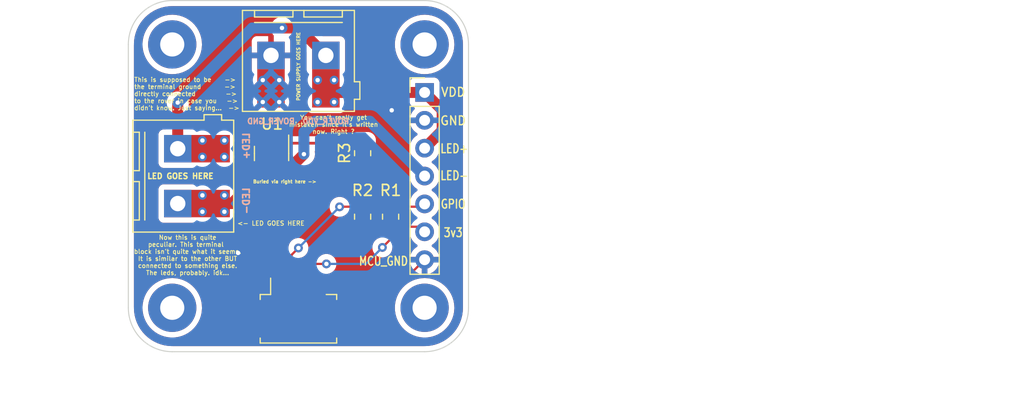
<source format=kicad_pcb>
(kicad_pcb (version 20211014) (generator pcbnew)
  (title_block (title "LED_SWITCH") (date "2022-08-29") (rev "1") (company "EPFL Xplore") (comment 4 "AISLER Project ID: BJJYQVGG"))
  (layers (0 "F.Cu" signal "Front") (31 "B.Cu" signal "Back") (34 "B.Paste" user) (35 "F.Paste" user) (36 "B.SilkS" user "B.Silkscreen") (37 "F.SilkS" user "F.Silkscreen") (38 "B.Mask" user) (39 "F.Mask" user) (44 "Edge.Cuts" user))
  (net 0 "")
  (net 1 "LED_ANODE+")
  (net 2 "LED_CATHODE-")
  (net 3 "GPIO")
  (net 4 "MCU_3V3")
  (net 5 "MCU_GND")
  (net 7 "Net-(R3-Pad2)")
  (footprint "Package_TO_SOT_SMD:SOT-23" (layer "F.Cu") (at 147.05 85.9375 -90)
    (fp_text reference "U1" (at -2.6875 -0.05 180) (layer "F.SilkS"))
    (fp_text value "SI3402-TP")
    (fp_line (start 0 -1.56) (end -1.675 -1.56) (layer "F.SilkS") (width 0.12))
    (fp_line (start 0 1.56) (end 0.65 1.56) (layer "F.SilkS") (width 0.12))
    (fp_line (start 0 -1.56) (end 0.65 -1.56) (layer "F.SilkS") (width 0.12))
    (fp_line (start 0 1.56) (end -0.65 1.56) (layer "F.SilkS") (width 0.12))
    (pad "1" smd roundrect (at -0.9375 -0.95 270) (size 1.475 0.6) (layers "F.Cu" "F.Paste" "F.Mask") (net 7 "Net-(R3-Pad2)"))
    (pad "2" smd roundrect (at -0.9375 0.95 270) (size 1.475 0.6) (layers "F.Cu" "F.Paste" "F.Mask") (net 5 "MCU_GND"))
    (pad "3" smd roundrect (at 0.9375 0 270) (size 1.475 0.6) (layers "F.Cu" "F.Paste" "F.Mask") (net 2 "LED_CATHODE-"))
  )
  (footprint "MountingHole:MountingHole_2.2mm_M2_Pad" (layer "F.Cu") (at 138 100)
    (fp_text reference "H1" hide)
    (fp_text value "2.2mm M2")
    (pad "1" thru_hole circle (at 0 0) (size 4.4 4.4) (drill 2.2) (layers *.Cu *.Mask))
  )
  (footprint "Resistor_SMD:R_0805_2012Metric" (layer "F.Cu") (at 155.35 85.9125 90)
    (fp_text reference "R3" (at 0 -1.65 90) (layer "F.SilkS"))
    (fp_text value "F/N")
    (fp_line (start -0.227064 0.735) (end 0.227064 0.735) (layer "F.SilkS") (width 0.12))
    (fp_line (start -0.227064 -0.735) (end 0.227064 -0.735) (layer "F.SilkS") (width 0.12))
    (pad "1" smd roundrect (at -0.9125 0 90) (size 1.025 1.4) (layers "F.Cu" "F.Paste" "F.Mask") (roundrect_rratio 0.243902) (net 3 "GPIO"))
    (pad "2" smd roundrect (at 0.9125 0 90) (size 1.025 1.4) (layers "F.Cu" "F.Paste" "F.Mask") (roundrect_rratio 0.243902) (net 7 "Net-(R3-Pad2)"))
  )
  (footprint "lib_fp:TB001-500-02BE" (layer "F.Cu") (at 138.5 88 -90)
    (fp_text reference "J1" hide)
    (fp_text value "TB001-500-02BE")
    (fp_line (start -5.6 -2.4) (end -5.1 -2.4) (layer "F.SilkS") (width 0.12))
    (fp_line (start -4 3.5) (end -4 4.1) (layer "F.SilkS") (width 0.12))
    (fp_line (start -0.5 3.5) (end -4 3.5) (layer "F.SilkS") (width 0.12))
    (fp_line (start -5.6 -4) (end -5.6 -2.4) (layer "F.SilkS") (width 0.12))
    (fp_line (start 0.5 3.5) (end 4 3.5) (layer "F.SilkS") (width 0.12))
    (fp_line (start -5.1 -5.1) (end -5.1 -4) (layer "F.SilkS") (width 0.12))
    (fp_line (start 5.1 4.1) (end -5.1 4.1) (layer "F.SilkS") (width 0.12))
    (fp_line (start -5.1 -5.1) (end 5.1 -5.1) (layer "F.SilkS") (width 0.12))
    (fp_line (start -0.5 3.5) (end -0.5 4.1) (layer "F.SilkS") (width 0.12))
    (fp_line (start -5.6 -4) (end -5.1 -4) (layer "F.SilkS") (width 0.12))
    (fp_line (start 5.1 -5.1) (end 5.1 4.1) (layer "F.SilkS") (width 0.12))
    (fp_line (start 4 3) (end -4 3) (layer "F.SilkS") (width 0.12))
    (fp_line (start 4 3.5) (end 4 4.1) (layer "F.SilkS") (width 0.12))
    (fp_line (start -5.1 4.1) (end -5.1 -2.4) (layer "F.SilkS") (width 0.12))
    (fp_line (start 0.5 4.1) (end 0.5 3.5) (layer "F.SilkS") (width 0.12))
    (pad "1" thru_hole trapezoid (at -2.5 0 270) (size 2.5 2.5) (drill 1.4) (layers *.Cu *.Mask) (net 1 "LED_ANODE+"))
    (pad "1" thru_hole circle (at -1.75 -4.25 270) (size 0.8 0.8) (drill 0.4) (layers *.Cu *.Mask) (net 1 "LED_ANODE+"))
    (pad "1" thru_hole circle (at -3.25 -2.25 270) (size 0.8 0.8) (drill 0.4) (layers *.Cu *.Mask) (net 1 "LED_ANODE+"))
    (pad "1" thru_hole circle (at -3.25 -4.25 270) (size 0.8 0.8) (drill 0.4) (layers *.Cu *.Mask) (net 1 "LED_ANODE+"))
    (pad "1" smd rect (at -2.5 -3 270) (size 2.5 3.5) (layers "F.Cu" "F.Paste" "F.Mask") (net 1 "LED_ANODE+"))
    (pad "1" thru_hole circle (at -1.75 -2.25 270) (size 0.8 0.8) (drill 0.4) (layers *.Cu *.Mask) (net 1 "LED_ANODE+"))
    (pad "2" thru_hole circle (at 3.25 -2.25 270) (size 0.8 0.8) (drill 0.4) (layers *.Cu *.Mask) (net 2 "LED_CATHODE-"))
    (pad "2" thru_hole circle (at 1.75 -4.25 270) (size 0.8 0.8) (drill 0.4) (layers *.Cu *.Mask) (net 2 "LED_CATHODE-"))
    (pad "2" thru_hole circle (at 1.75 -2.25 270) (size 0.8 0.8) (drill 0.4) (layers *.Cu *.Mask) (net 2 "LED_CATHODE-"))
    (pad "2" smd rect (at 2.5 -3 270) (size 2.5 3.5) (layers "F.Cu" "F.Paste" "F.Mask") (net 2 "LED_CATHODE-"))
    (pad "2" thru_hole circle (at 3.25 -4.25 270) (size 0.8 0.8) (drill 0.4) (layers *.Cu *.Mask) (net 2 "LED_CATHODE-"))
    (pad "2" thru_hole rect (at 2.5 0 270) (size 2.5 2.5) (drill 1.4) (layers *.Cu *.Mask) (net 2 "LED_CATHODE-"))
  )
  (footprint "MountingHole:MountingHole_2.2mm_M2_Pad" (layer "F.Cu") (at 138 76)
    (fp_text reference "H2" hide)
    (fp_text value "2.2mm M2")
    (pad "1" thru_hole circle (at 0 0) (size 4.4 4.4) (drill 2.2) (layers *.Cu *.Mask))
  )
  (footprint "lib_fp:TB001-500-02BE" (layer "F.Cu") (at 149.5 77 180)
    (fp_text reference "J2" hide)
    (fp_text value "TB001-500-02BE")
    (fp_line (start -5.1 -5.1) (end 5.1 -5.1) (layer "F.SilkS") (width 0.12))
    (fp_line (start -5.6 -4) (end -5.6 -2.4) (layer "F.SilkS") (width 0.12))
    (fp_line (start 0.5 3.5) (end 4 3.5) (layer "F.SilkS") (width 0.12))
    (fp_line (start 0.5 4.1) (end 0.5 3.5) (layer "F.SilkS") (width 0.12))
    (fp_line (start -4 3.5) (end -4 4.1) (layer "F.SilkS") (width 0.12))
    (fp_line (start -0.5 3.5) (end -0.5 4.1) (layer "F.SilkS") (width 0.12))
    (fp_line (start -5.6 -4) (end -5.1 -4) (layer "F.SilkS") (width 0.12))
    (fp_line (start 4 3) (end -4 3) (layer "F.SilkS") (width 0.12))
    (fp_line (start -0.5 3.5) (end -4 3.5) (layer "F.SilkS") (width 0.12))
    (fp_line (start -5.1 -5.1) (end -5.1 -4) (layer "F.SilkS") (width 0.12))
    (fp_line (start 5.1 4.1) (end -5.1 4.1) (layer "F.SilkS") (width 0.12))
    (fp_line (start -5.1 4.1) (end -5.1 -2.4) (layer "F.SilkS") (width 0.12))
    (fp_line (start -5.6 -2.4) (end -5.1 -2.4) (layer "F.SilkS") (width 0.12))
    (fp_line (start 4 3.5) (end 4 4.1) (layer "F.SilkS") (width 0.12))
    (fp_line (start 5.1 -5.1) (end 5.1 4.1) (layer "F.SilkS") (width 0.12))
    (pad "1" thru_hole circle (at -1.75 -2.25 180) (size 0.8 0.8) (drill 0.4) (layers *.Cu *.Mask) (net 1 "LED_ANODE+"))
    (pad "1" thru_hole circle (at -3.25 -4.25 180) (size 0.8 0.8) (drill 0.4) (layers *.Cu *.Mask) (net 1 "LED_ANODE+"))
    (pad "1" thru_hole trapezoid (at -2.5 0 180) (size 2.5 2.5) (drill 1.4) (layers *.Cu *.Mask) (net 1 "LED_ANODE+"))
    (pad "1" smd rect (at -2.5 -3 180) (size 2.5 3.5) (layers "F.Cu" "F.Paste" "F.Mask") (net 1 "LED_ANODE+"))
    (pad "1" thru_hole circle (at -3.25 -2.25 180) (size 0.8 0.8) (drill 0.4) (layers *.Cu *.Mask) (net 1 "LED_ANODE+"))
    (pad "1" thru_hole circle (at -1.75 -4.25 180) (size 0.8 0.8) (drill 0.4) (layers *.Cu *.Mask) (net 1 "LED_ANODE+"))
    (pad "2" smd rect (at 2.5 -3 180) (size 2.5 3.5) (layers "F.Cu" "F.Paste" "F.Mask") (net 5 "MCU_GND"))
    (pad "2" thru_hole circle (at 1.75 -4.25 180) (size 0.8 0.8) (drill 0.4) (layers *.Cu *.Mask) (net 5 "MCU_GND"))
    (pad "2" thru_hole rect (at 2.5 0 180) (size 2.5 2.5) (drill 1.4) (layers *.Cu *.Mask) (net 5 "MCU_GND"))
    (pad "2" thru_hole circle (at 1.75 -2.25 180) (size 0.8 0.8) (drill 0.4) (layers *.Cu *.Mask) (net 5 "MCU_GND"))
    (pad "2" thru_hole circle (at 3.25 -2.25 180) (size 0.8 0.8) (drill 0.4) (layers *.Cu *.Mask) (net 5 "MCU_GND"))
    (pad "2" thru_hole circle (at 3.25 -4.25 180) (size 0.8 0.8) (drill 0.4) (layers *.Cu *.Mask) (net 5 "MCU_GND"))
  )
  (footprint "MountingHole:MountingHole_2.2mm_M2_Pad" (layer "F.Cu") (at 161 100)
    (fp_text reference "H3" hide)
    (fp_text value "2.2mm M2")
    (pad "1" thru_hole circle (at 0 0) (size 4.4 4.4) (drill 2.2) (layers *.Cu *.Mask))
  )
  (footprint "MountingHole:MountingHole_2.2mm_M2_Pad" (layer "F.Cu") (at 161 76)
    (fp_text reference "H4" hide)
    (fp_text value "2.2mm M2")
    (pad "1" thru_hole circle (at 0 0) (size 4.4 4.4) (drill 2.2) (layers *.Cu *.Mask))
  )
  (footprint "Resistor_SMD:R_0805_2012Metric" (layer "F.Cu") (at 155.35 91.7 -90)
    (fp_text reference "R2" (at -2.4 0 180) (layer "F.SilkS"))
    (fp_text value "F/N")
    (fp_line (start -0.227064 -0.735) (end 0.227064 -0.735) (layer "F.SilkS") (width 0.12))
    (fp_line (start -0.227064 0.735) (end 0.227064 0.735) (layer "F.SilkS") (width 0.12))
    (pad "1" smd roundrect (at -0.9125 0 270) (size 1.025 1.4) (layers "F.Cu" "F.Paste" "F.Mask") (roundrect_rratio 0.243902439) (net 3 "GPIO"))
    (pad "2" smd roundrect (at 0.9125 0 270) (size 1.025 1.4) (layers "F.Cu" "F.Paste" "F.Mask") (roundrect_rratio 0.243902439) (net 5 "MCU_GND"))
  )
  (footprint "Resistor_SMD:R_0805_2012Metric" (layer "F.Cu") (at 157.9 91.7 90)
    (fp_text reference "R1" (at 2.4 0 180) (layer "F.SilkS"))
    (fp_text value "F/N")
    (fp_line (start -0.227064 0.735) (end 0.227064 0.735) (layer "F.SilkS") (width 0.12))
    (fp_line (start -0.227064 -0.735) (end 0.227064 -0.735) (layer "F.SilkS") (width 0.12))
    (pad "1" smd roundrect (at -0.9125 0 90) (size 1.025 1.4) (layers "F.Cu" "F.Paste" "F.Mask") (roundrect_rratio 0.243902439) (net 4 "MCU_3V3"))
    (pad "2" smd roundrect (at 0.9125 0 90) (size 1.025 1.4) (layers "F.Cu" "F.Paste" "F.Mask") (roundrect_rratio 0.243902439) (net 3 "GPIO"))
  )
  (footprint "Connector_Molex:Molex_PicoBlade_53261-0471_1x04-1MP_P1.25mm_Horizontal" (layer "F.Cu") (at 149.5 100.5)
    (fp_text reference "J4" hide)
    (fp_text value "Molex 0532610471")
    (fp_line (start -3.485 -1.26) (end -3.485 -1.71) (layer "F.SilkS") (width 0.12))
    (fp_line (start -3.485 -1.71) (end -2.535 -1.71) (layer "F.SilkS") (width 0.12))
    (fp_line (start -3.485 2.26) (end -3.485 2.71) (layer "F.SilkS") (width 0.12))
    (fp_line (start 3.485 -1.26) (end 3.485 -1.71) (layer "F.SilkS") (width 0.12))
    (fp_line (start -2.535 -1.71) (end -2.535 -3.2) (layer "F.SilkS") (width 0.12))
    (fp_line (start 3.485 -1.71) (end 2.535 -1.71) (layer "F.SilkS") (width 0.12))
    (fp_line (start 3.485 2.71) (end 3.485 2.26) (layer "F.SilkS") (width 0.12))
    (fp_line (start -3.485 2.71) (end 3.485 2.71) (layer "F.SilkS") (width 0.12))
    (pad "1" smd roundrect (at -1.875 -2.4) (size 0.8 1.6) (layers "F.Cu" "F.Paste" "F.Mask"))
    (pad "2" smd roundrect (at -0.625 -2.4) (size 0.8 1.6) (layers "F.Cu" "F.Paste" "F.Mask") (net 3 "GPIO"))
    (pad "3" smd roundrect (at 0.625 -2.4) (size 0.8 1.6) (layers "F.Cu" "F.Paste" "F.Mask") (net 4 "MCU_3V3"))
    (pad "4" smd roundrect (at 1.875 -2.4) (size 0.8 1.6) (layers "F.Cu" "F.Paste" "F.Mask") (net 5 "MCU_GND"))
    (pad "MP" smd roundrect (at 4.425 0.5) (size 2.1 3) (layers "F.Cu" "F.Paste" "F.Mask") (roundrect_rratio 0.1190480952))
    (pad "MP" smd roundrect (at -4.425 0.5) (size 2.1 3) (layers "F.Cu" "F.Paste" "F.Mask") (roundrect_rratio 0.1190480952))
  )
  (footprint "Connector_PinHeader_2.54mm:PinHeader_1x07_P2.54mm_Vertical" (layer "F.Cu") (at 161 80.375)
    (fp_text reference "J3" hide)
    (fp_text value "01x07 2.54mm Pin headers")
    (fp_line (start 1.33 1.27) (end 1.33 16.57) (layer "F.SilkS") (width 0.12))
    (fp_line (start -1.33 1.27) (end -1.33 16.57) (layer "F.SilkS") (width 0.12))
    (fp_line (start -1.33 0) (end -1.33 -1.33) (layer "F.SilkS") (width 0.12))
    (fp_line (start -1.33 16.57) (end 1.33 16.57) (layer "F.SilkS") (width 0.12))
    (fp_line (start -1.33 1.27) (end 1.33 1.27) (layer "F.SilkS") (width 0.12))
    (fp_line (start -1.33 -1.33) (end 0 -1.33) (layer "F.SilkS") (width 0.12))
    (pad "1" thru_hole rect (at 0 0) (size 1.7 1.7) (drill 1) (layers *.Cu *.Mask) (net 1 "LED_ANODE+"))
    (pad "2" thru_hole oval (at 0 2.54) (size 1.7 1.7) (drill 1) (layers *.Cu *.Mask) (net 5 "MCU_GND"))
    (pad "3" thru_hole oval (at 0 5.08) (size 1.7 1.7) (drill 1) (layers *.Cu *.Mask) (net 1 "LED_ANODE+"))
    (pad "4" thru_hole oval (at 0 7.62) (size 1.7 1.7) (drill 1) (layers *.Cu *.Mask) (net 2 "LED_CATHODE-"))
    (pad "5" thru_hole oval (at 0 10.16) (size 1.7 1.7) (drill 1) (layers *.Cu *.Mask) (net 3 "GPIO"))
    (pad "6" thru_hole oval (at 0 12.7) (size 1.7 1.7) (drill 1) (layers *.Cu *.Mask) (net 4 "MCU_3V3"))
    (pad "7" thru_hole oval (at 0 15.24) (size 1.7 1.7) (drill 1) (layers *.Cu *.Mask) (net 5 "MCU_GND"))
  )
  (gr_arc (start 138 104) (mid 135.171573 102.828427) (end 134 100) (layer "Edge.Cuts") (width 0.1))
  (gr_line (start 138 72) (end 161 72) (layer "Edge.Cuts") (width 0.1))
  (gr_line (start 165 100) (end 165 76) (layer "Edge.Cuts") (width 0.1))
  (gr_arc (start 165 100) (mid 163.828427 102.828427) (end 161 104) (layer "Edge.Cuts") (width 0.1))
  (gr_line (start 161 104) (end 138 104) (layer "Edge.Cuts") (width 0.1))
  (gr_arc (start 161 72) (mid 163.828427 73.171573) (end 165 76) (layer "Edge.Cuts") (width 0.1))
  (gr_arc (start 134 76) (mid 135.171573 73.171573) (end 138 72) (layer "Edge.Cuts") (width 0.1))
  (gr_line (start 134 100) (end 134 76) (layer "Edge.Cuts") (width 0.1))
  (gr_text "ROVER_GND\n" (at 147 83) (layer "B.SilkS") (effects (font (size 0.5 0.5) (thickness 0.125)) (justify mirror)))
  (gr_text "LED-\n" (at 144.75 90.25 90) (layer "B.SilkS") (effects (font (size 0.6 0.6)) (justify mirror)))
  (gr_text "LED+" (at 144.75 85.25 90) (layer "B.SilkS") (effects (font (size 0.6 0.6)) (justify mirror)))
  (gr_text "ROVER_VDD\n" (at 152 83) (layer "B.SilkS") (effects (font (size 0.5 0.5) (thickness 0.125)) (justify mirror)))
  (gr_text "MCU_GND" (at 157.25 95.75) (layer "F.SilkS") (effects (font (size 0.8 0.635) (thickness 0.127))))
  (gr_text "LED-\n\n" (at 163.7 88.6) (layer "F.SilkS") (effects (font (size 0.8 0.635) (thickness 0.127))))
  (gr_text "Now this is quite\npeculiar. This terminal \nblock isn't quite what it seems.\nIt is similar to the other BUT\nconnected to something else.\nThe leds, probably. idk..." (at 139.4 95.2) (layer "F.SilkS") (effects (font (size 0.4 0.4) (thickness 0.075))))
  (gr_text "LED+\n" (at 163.7 85.5) (layer "F.SilkS") (effects (font (size 0.8 0.635) (thickness 0.127))))
  (gr_text "POWER SUPPLY GOES HERE" (at 149.5 78 90) (layer "F.SilkS") (effects (font (size 0.3 0.3) (thickness 0.075))))
  (gr_text "You can't really get\nmistaken since it's written\nnow. Right ?" (at 152.7 83.3) (layer "F.SilkS") (effects (font (size 0.4 0.4) (thickness 0.075))))
  (gr_text "This is supposed to be    ->\nthe terminal ground       ->\ndirectly connected         ->\nto the rover in case you   ->\ndidn't know. Just saying...  ->" (at 134.5 80.5) (layer "F.SilkS") (effects (font (size 0.4 0.4) (thickness 0.075)) (justify left)))
  (gr_text "Buried via right here ->" (at 148.25 88.5) (layer "F.SilkS") (effects (font (size 0.3 0.3) (thickness 0.075))))
  (gr_text "<- LED GOES HERE\n" (at 147 92.3) (layer "F.SilkS") (effects (font (size 0.4 0.4) (thickness 0.075))))
  (gr_text "GPIO\n" (at 163.6 90.55) (layer "F.SilkS") (effects (font (size 0.8 0.635) (thickness 0.127))))
  (gr_text "GND\n" (at 163.6 82.95) (layer "F.SilkS") (effects (font (size 0.8 0.762) (thickness 0.127))))
  (gr_text "VDD" (at 163.6 80.35) (layer "F.SilkS") (effects (font (size 0.8 0.762) (thickness 0.127))))
  (gr_text "LED GOES HERE\n" (at 138.75 88) (layer "F.SilkS") (effects (font (size 0.5 0.5) (thickness 0.125))))
  (gr_text "3v3" (at 163.6 93.15) (layer "F.SilkS") (effects (font (size 0.8 0.635) (thickness 0.127))))
  (segment (start 161 80.375) (end 162.599511 81.974511) (width 1) (layer "F.Cu") (net 1))
  (segment (start 162.599511 81.974511) (end 162.599511 83.855489) (width 1) (layer "F.Cu") (net 1))
  (segment (start 161 80.375) (end 152.375 80.375) (width 1) (layer "F.Cu") (net 1))
  (segment (start 152.375 80.375) (end 152 80) (width 1) (layer "F.Cu") (net 1))
  (segment (start 148 74.5) (end 149.5 74.5) (width 1) (layer "F.Cu") (net 1))
  (segment (start 149.5 74.5) (end 152 77) (width 1) (layer "F.Cu") (net 1))
  (segment (start 138.5 85.5) (end 138.5 81.3) (width 1) (layer "F.Cu") (net 1))
  (segment (start 162.599511 83.855489) (end 161 85.455) (width 1) (layer "F.Cu") (net 1))
  (via (at 148 74.5) (size 0.8) (drill 0.4) (layers "F.Cu" "B.Cu") (net 1))
  (via (at 138.5 81.3) (size 0.8) (drill 0.4) (layers "F.Cu" "B.Cu") (net 1))
  (segment (start 138.5 81.3) (end 145.3 74.5) (width 1) (layer "B.Cu") (net 1))
  (segment (start 145.3 74.5) (end 148 74.5) (width 1) (layer "B.Cu") (net 1))
  (segment (start 149.125 86.875) (end 147.05 86.875) (width 1) (layer "F.Cu") (net 2))
  (segment (start 141.5 90.5) (end 143.425 90.5) (width 1) (layer "F.Cu") (net 2))
  (segment (start 138.5 90.5) (end 143.425 90.5) (width 0.5) (layer "F.Cu") (net 2))
  (segment (start 150 86) (end 149.125 86.875) (width 1) (layer "F.Cu") (net 2))
  (segment (start 143.425 90.5) (end 147.05 86.875) (width 1) (layer "F.Cu") (net 2))
  (via (at 150 86) (size 0.8) (drill 0.4) (layers "F.Cu" "B.Cu") (net 2))
  (segment (start 150 86) (end 150 84) (width 1) (layer "B.Cu") (net 2))
  (segment (start 151 83) (end 156.005 83) (width 1) (layer "B.Cu") (net 2))
  (segment (start 150 84) (end 151 83) (width 1) (layer "B.Cu") (net 2))
  (segment (start 156.005 83) (end 161 87.995) (width 1) (layer "B.Cu") (net 2))
  (segment (start 160.7475 90.7875) (end 161 90.535) (width 0.2) (layer "F.Cu") (net 3))
  (segment (start 155.35 90.7875) (end 157.9 90.7875) (width 0.2) (layer "F.Cu") (net 3))
  (segment (start 153.25 90.8) (end 153.2625 90.7875) (width 0.2) (layer "F.Cu") (net 3))
  (segment (start 157.9 90.7875) (end 160.7475 90.7875) (width 0.2) (layer "F.Cu") (net 3))
  (segment (start 155.35 86.825) (end 155.35 90.7875) (width 0.25) (layer "F.Cu") (net 3))
  (segment (start 148.875 95.175) (end 149.5 94.55) (width 0.2) (layer "F.Cu") (net 3))
  (segment (start 153.2625 90.7875) (end 155.35 90.7875) (width 0.2) (layer "F.Cu") (net 3))
  (segment (start 148.875 98.1) (end 148.875 95.175) (width 0.2) (layer "F.Cu") (net 3))
  (segment (start 155.35 90.7875) (end 155.35 88.35) (width 0.2) (layer "F.Cu") (net 3))
  (via (at 153.25 90.8) (size 0.8) (drill 0.4) (layers "F.Cu" "B.Cu") (net 3))
  (via (at 149.5 94.55) (size 0.8) (drill 0.4) (layers "F.Cu" "B.Cu") (net 3))
  (segment (start 149.5 94.55) (end 153.25 90.8) (width 0.2) (layer "B.Cu") (net 3))
  (segment (start 157.9 93.75) (end 157.15 94.5) (width 0.2) (layer "F.Cu") (net 4))
  (segment (start 157.9 92.6125) (end 160.5375 92.6125) (width 0.2) (layer "F.Cu") (net 4))
  (segment (start 152.05 96) (end 150.85 96) (width 0.2) (layer "F.Cu") (net 4))
  (segment (start 150.85 96) (end 150.125 96.725) (width 0.2) (layer "F.Cu") (net 4))
  (segment (start 157.9 92.6125) (end 157.9 93.75) (width 0.2) (layer "F.Cu") (net 4))
  (segment (start 160.5375 92.6125) (end 161 93.075) (width 0.2) (layer "F.Cu") (net 4))
  (segment (start 150.125 96.725) (end 150.125 98.1) (width 0.2) (layer "F.Cu") (net 4))
  (via (at 157.15 94.5) (size 0.8) (drill 0.4) (layers "F.Cu" "B.Cu") (net 4))
  (via (at 152.05 96) (size 0.8) (drill 0.4) (layers "F.Cu" "B.Cu") (net 4))
  (segment (start 157.15 94.5) (end 155.65 96) (width 0.2) (layer "B.Cu") (net 4))
  (segment (start 155.65 96) (end 152.05 96) (width 0.2) (layer "B.Cu") (net 4))
  (segment (start 155.35 94.5) (end 156.465 95.615) (width 0.2) (layer "F.Cu") (net 5))
  (segment (start 156.465 95.615) (end 161 95.615) (width 0.2) (layer "F.Cu") (net 5))
  (segment (start 146.1 85) (end 146.05 84.95) (width 0.2) (layer "F.Cu") (net 5))
  (segment (start 154.1 98.1) (end 155.1 98.1) (width 0.2) (layer "F.Cu") (net 5))
  (segment (start 155.1 98.1) (end 158.515 98.1) (width 0.2) (layer "F.Cu") (net 5))
  (segment (start 151.375 98.1) (end 154.1 98.1) (width 0.2) (layer "F.Cu") (net 5))
  (segment (start 155.35 92.6125) (end 155.35 94.5) (width 0.2) (layer "F.Cu") (net 5))
  (segment (start 158.515 98.1) (end 161 95.615) (width 0.2) (layer "F.Cu") (net 5))
  (via (at 158 82) (size 0.8) (drill 0.4) (layers "F.Cu" "B.Cu") (net 5))
  (via (at 144 95) (size 0.8) (drill 0.4) (layers "F.Cu" "B.Cu") (net 5))
  (segment (start 148 85) (end 155.35 85) (width 0.25) (layer "F.Cu") (net 7))
  (zone (net 5) (net_name "MCU_GND") (layers F&B.Cu) (connect_pads (clearance 0.508)) (min_thickness 0.254) (fill yes (thermal_gap 0.508) (thermal_bridge_width 0.508))
    (polygon (pts (xy 165 104) (xy 134 104) (xy 134 72) (xy 165 72)))
  )
)
</source>
